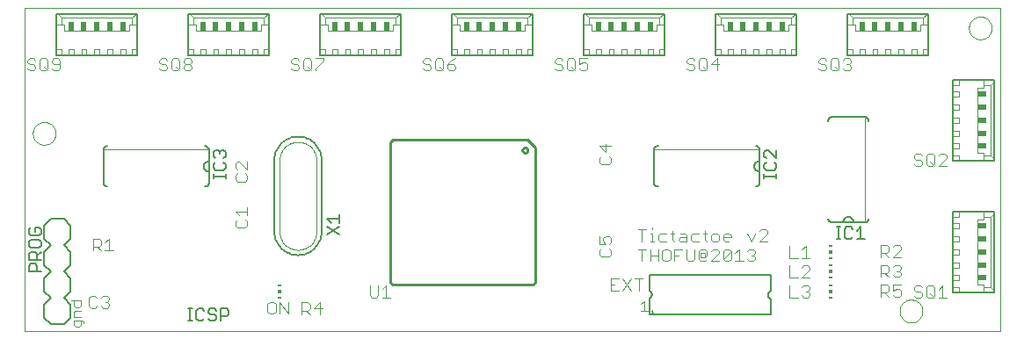
<source format=gto>
G75*
%MOIN*%
%OFA0B0*%
%FSLAX24Y24*%
%IPPOS*%
%LPD*%
%AMOC8*
5,1,8,0,0,1.08239X$1,22.5*
%
%ADD10C,0.0000*%
%ADD11C,0.0040*%
%ADD12C,0.0030*%
%ADD13C,0.0100*%
%ADD14C,0.0060*%
%ADD15C,0.0020*%
%ADD16C,0.0050*%
%ADD17C,0.0080*%
%ADD18R,0.0197X0.0344*%
%ADD19R,0.0344X0.0197*%
%ADD20R,0.0118X0.0059*%
%ADD21R,0.0118X0.0118*%
%ADD22C,0.0010*%
D10*
X000224Y000425D02*
X000224Y012675D01*
X037224Y012675D01*
X037224Y000425D01*
X000224Y000425D01*
X000541Y007925D02*
X000543Y007966D01*
X000549Y008007D01*
X000559Y008047D01*
X000572Y008086D01*
X000589Y008123D01*
X000610Y008159D01*
X000634Y008193D01*
X000661Y008224D01*
X000690Y008252D01*
X000723Y008278D01*
X000757Y008300D01*
X000794Y008319D01*
X000832Y008334D01*
X000872Y008346D01*
X000912Y008354D01*
X000953Y008358D01*
X000995Y008358D01*
X001036Y008354D01*
X001076Y008346D01*
X001116Y008334D01*
X001154Y008319D01*
X001190Y008300D01*
X001225Y008278D01*
X001258Y008252D01*
X001287Y008224D01*
X001314Y008193D01*
X001338Y008159D01*
X001359Y008123D01*
X001376Y008086D01*
X001389Y008047D01*
X001399Y008007D01*
X001405Y007966D01*
X001407Y007925D01*
X001405Y007884D01*
X001399Y007843D01*
X001389Y007803D01*
X001376Y007764D01*
X001359Y007727D01*
X001338Y007691D01*
X001314Y007657D01*
X001287Y007626D01*
X001258Y007598D01*
X001225Y007572D01*
X001191Y007550D01*
X001154Y007531D01*
X001116Y007516D01*
X001076Y007504D01*
X001036Y007496D01*
X000995Y007492D01*
X000953Y007492D01*
X000912Y007496D01*
X000872Y007504D01*
X000832Y007516D01*
X000794Y007531D01*
X000758Y007550D01*
X000723Y007572D01*
X000690Y007598D01*
X000661Y007626D01*
X000634Y007657D01*
X000610Y007691D01*
X000589Y007727D01*
X000572Y007764D01*
X000559Y007803D01*
X000549Y007843D01*
X000543Y007884D01*
X000541Y007925D01*
X033416Y001175D02*
X033418Y001216D01*
X033424Y001257D01*
X033434Y001297D01*
X033447Y001336D01*
X033464Y001373D01*
X033485Y001409D01*
X033509Y001443D01*
X033536Y001474D01*
X033565Y001502D01*
X033598Y001528D01*
X033632Y001550D01*
X033669Y001569D01*
X033707Y001584D01*
X033747Y001596D01*
X033787Y001604D01*
X033828Y001608D01*
X033870Y001608D01*
X033911Y001604D01*
X033951Y001596D01*
X033991Y001584D01*
X034029Y001569D01*
X034065Y001550D01*
X034100Y001528D01*
X034133Y001502D01*
X034162Y001474D01*
X034189Y001443D01*
X034213Y001409D01*
X034234Y001373D01*
X034251Y001336D01*
X034264Y001297D01*
X034274Y001257D01*
X034280Y001216D01*
X034282Y001175D01*
X034280Y001134D01*
X034274Y001093D01*
X034264Y001053D01*
X034251Y001014D01*
X034234Y000977D01*
X034213Y000941D01*
X034189Y000907D01*
X034162Y000876D01*
X034133Y000848D01*
X034100Y000822D01*
X034066Y000800D01*
X034029Y000781D01*
X033991Y000766D01*
X033951Y000754D01*
X033911Y000746D01*
X033870Y000742D01*
X033828Y000742D01*
X033787Y000746D01*
X033747Y000754D01*
X033707Y000766D01*
X033669Y000781D01*
X033633Y000800D01*
X033598Y000822D01*
X033565Y000848D01*
X033536Y000876D01*
X033509Y000907D01*
X033485Y000941D01*
X033464Y000977D01*
X033447Y001014D01*
X033434Y001053D01*
X033424Y001093D01*
X033418Y001134D01*
X033416Y001175D01*
X036041Y011925D02*
X036043Y011966D01*
X036049Y012007D01*
X036059Y012047D01*
X036072Y012086D01*
X036089Y012123D01*
X036110Y012159D01*
X036134Y012193D01*
X036161Y012224D01*
X036190Y012252D01*
X036223Y012278D01*
X036257Y012300D01*
X036294Y012319D01*
X036332Y012334D01*
X036372Y012346D01*
X036412Y012354D01*
X036453Y012358D01*
X036495Y012358D01*
X036536Y012354D01*
X036576Y012346D01*
X036616Y012334D01*
X036654Y012319D01*
X036690Y012300D01*
X036725Y012278D01*
X036758Y012252D01*
X036787Y012224D01*
X036814Y012193D01*
X036838Y012159D01*
X036859Y012123D01*
X036876Y012086D01*
X036889Y012047D01*
X036899Y012007D01*
X036905Y011966D01*
X036907Y011925D01*
X036905Y011884D01*
X036899Y011843D01*
X036889Y011803D01*
X036876Y011764D01*
X036859Y011727D01*
X036838Y011691D01*
X036814Y011657D01*
X036787Y011626D01*
X036758Y011598D01*
X036725Y011572D01*
X036691Y011550D01*
X036654Y011531D01*
X036616Y011516D01*
X036576Y011504D01*
X036536Y011496D01*
X036495Y011492D01*
X036453Y011492D01*
X036412Y011496D01*
X036372Y011504D01*
X036332Y011516D01*
X036294Y011531D01*
X036258Y011550D01*
X036223Y011572D01*
X036190Y011598D01*
X036161Y011626D01*
X036134Y011657D01*
X036110Y011691D01*
X036089Y011727D01*
X036072Y011764D01*
X036059Y011803D01*
X036049Y011843D01*
X036043Y011884D01*
X036041Y011925D01*
D11*
X031567Y010697D02*
X031567Y010620D01*
X031490Y010543D01*
X031567Y010467D01*
X031567Y010390D01*
X031490Y010313D01*
X031337Y010313D01*
X031260Y010390D01*
X031107Y010390D02*
X031030Y010313D01*
X030876Y010313D01*
X030800Y010390D01*
X030800Y010697D01*
X030876Y010774D01*
X031030Y010774D01*
X031107Y010697D01*
X031107Y010390D01*
X031107Y010313D02*
X030953Y010467D01*
X030646Y010467D02*
X030646Y010390D01*
X030569Y010313D01*
X030416Y010313D01*
X030339Y010390D01*
X030416Y010543D02*
X030569Y010543D01*
X030646Y010467D01*
X030416Y010543D02*
X030339Y010620D01*
X030339Y010697D01*
X030416Y010774D01*
X030569Y010774D01*
X030646Y010697D01*
X031260Y010697D02*
X031337Y010774D01*
X031490Y010774D01*
X031567Y010697D01*
X031490Y010543D02*
X031413Y010543D01*
X026567Y010543D02*
X026260Y010543D01*
X026490Y010774D01*
X026490Y010313D01*
X026107Y010313D02*
X025953Y010467D01*
X025800Y010390D02*
X025876Y010313D01*
X026030Y010313D01*
X026107Y010390D01*
X026107Y010697D01*
X026030Y010774D01*
X025876Y010774D01*
X025800Y010697D01*
X025800Y010390D01*
X025646Y010390D02*
X025569Y010313D01*
X025416Y010313D01*
X025339Y010390D01*
X025416Y010543D02*
X025569Y010543D01*
X025646Y010467D01*
X025646Y010390D01*
X025416Y010543D02*
X025339Y010620D01*
X025339Y010697D01*
X025416Y010774D01*
X025569Y010774D01*
X025646Y010697D01*
X021567Y010774D02*
X021260Y010774D01*
X021260Y010543D01*
X021413Y010620D01*
X021490Y010620D01*
X021567Y010543D01*
X021567Y010390D01*
X021490Y010313D01*
X021337Y010313D01*
X021260Y010390D01*
X021107Y010390D02*
X021030Y010313D01*
X020876Y010313D01*
X020800Y010390D01*
X020800Y010697D01*
X020876Y010774D01*
X021030Y010774D01*
X021107Y010697D01*
X021107Y010390D01*
X021107Y010313D02*
X020953Y010467D01*
X020646Y010467D02*
X020569Y010543D01*
X020416Y010543D01*
X020339Y010620D01*
X020339Y010697D01*
X020416Y010774D01*
X020569Y010774D01*
X020646Y010697D01*
X020646Y010467D02*
X020646Y010390D01*
X020569Y010313D01*
X020416Y010313D01*
X020339Y010390D01*
X016567Y010390D02*
X016490Y010313D01*
X016337Y010313D01*
X016260Y010390D01*
X016260Y010543D01*
X016490Y010543D01*
X016567Y010467D01*
X016567Y010390D01*
X016413Y010697D02*
X016260Y010543D01*
X016107Y010390D02*
X016030Y010313D01*
X015876Y010313D01*
X015800Y010390D01*
X015800Y010697D01*
X015876Y010774D01*
X016030Y010774D01*
X016107Y010697D01*
X016107Y010390D01*
X016107Y010313D02*
X015953Y010467D01*
X015646Y010467D02*
X015569Y010543D01*
X015416Y010543D01*
X015339Y010620D01*
X015339Y010697D01*
X015416Y010774D01*
X015569Y010774D01*
X015646Y010697D01*
X015646Y010467D02*
X015646Y010390D01*
X015569Y010313D01*
X015416Y010313D01*
X015339Y010390D01*
X016413Y010697D02*
X016567Y010774D01*
X011567Y010774D02*
X011567Y010697D01*
X011260Y010390D01*
X011260Y010313D01*
X011107Y010313D02*
X010953Y010467D01*
X010800Y010390D02*
X010876Y010313D01*
X011030Y010313D01*
X011107Y010390D01*
X011107Y010697D01*
X011030Y010774D01*
X010876Y010774D01*
X010800Y010697D01*
X010800Y010390D01*
X010646Y010390D02*
X010569Y010313D01*
X010416Y010313D01*
X010339Y010390D01*
X010416Y010543D02*
X010569Y010543D01*
X010646Y010467D01*
X010646Y010390D01*
X010416Y010543D02*
X010339Y010620D01*
X010339Y010697D01*
X010416Y010774D01*
X010569Y010774D01*
X010646Y010697D01*
X011260Y010774D02*
X011567Y010774D01*
X006567Y010697D02*
X006567Y010620D01*
X006490Y010543D01*
X006337Y010543D01*
X006260Y010620D01*
X006260Y010697D01*
X006337Y010774D01*
X006490Y010774D01*
X006567Y010697D01*
X006490Y010543D02*
X006567Y010467D01*
X006567Y010390D01*
X006490Y010313D01*
X006337Y010313D01*
X006260Y010390D01*
X006260Y010467D01*
X006337Y010543D01*
X006107Y010390D02*
X006030Y010313D01*
X005876Y010313D01*
X005800Y010390D01*
X005800Y010697D01*
X005876Y010774D01*
X006030Y010774D01*
X006107Y010697D01*
X006107Y010390D01*
X006107Y010313D02*
X005953Y010467D01*
X005646Y010467D02*
X005646Y010390D01*
X005569Y010313D01*
X005416Y010313D01*
X005339Y010390D01*
X005416Y010543D02*
X005569Y010543D01*
X005646Y010467D01*
X005416Y010543D02*
X005339Y010620D01*
X005339Y010697D01*
X005416Y010774D01*
X005569Y010774D01*
X005646Y010697D01*
X001567Y010697D02*
X001567Y010390D01*
X001490Y010313D01*
X001337Y010313D01*
X001260Y010390D01*
X001107Y010390D02*
X001030Y010313D01*
X000876Y010313D01*
X000800Y010390D01*
X000800Y010697D01*
X000876Y010774D01*
X001030Y010774D01*
X001107Y010697D01*
X001107Y010390D01*
X001107Y010313D02*
X000953Y010467D01*
X000646Y010467D02*
X000569Y010543D01*
X000416Y010543D01*
X000339Y010620D01*
X000339Y010697D01*
X000416Y010774D01*
X000569Y010774D01*
X000646Y010697D01*
X000646Y010467D02*
X000646Y010390D01*
X000569Y010313D01*
X000416Y010313D01*
X000339Y010390D01*
X001260Y010620D02*
X001337Y010543D01*
X001567Y010543D01*
X001567Y010697D02*
X001490Y010774D01*
X001337Y010774D01*
X001260Y010697D01*
X001260Y010620D01*
X008219Y006786D02*
X008219Y006632D01*
X008295Y006555D01*
X008295Y006402D02*
X008219Y006325D01*
X008219Y006172D01*
X008295Y006095D01*
X008602Y006095D01*
X008679Y006172D01*
X008679Y006325D01*
X008602Y006402D01*
X008679Y006555D02*
X008372Y006862D01*
X008295Y006862D01*
X008219Y006786D01*
X008679Y006862D02*
X008679Y006555D01*
X008679Y005112D02*
X008679Y004805D01*
X008679Y004959D02*
X008219Y004959D01*
X008372Y004805D01*
X008295Y004652D02*
X008219Y004575D01*
X008219Y004422D01*
X008295Y004345D01*
X008602Y004345D01*
X008679Y004422D01*
X008679Y004575D01*
X008602Y004652D01*
X003586Y003470D02*
X003279Y003470D01*
X003126Y003470D02*
X002973Y003623D01*
X003049Y003623D02*
X002819Y003623D01*
X002819Y003470D02*
X002819Y003930D01*
X003049Y003930D01*
X003126Y003854D01*
X003126Y003700D01*
X003049Y003623D01*
X003279Y003777D02*
X003433Y003930D01*
X003433Y003470D01*
X003364Y001755D02*
X003210Y001755D01*
X003134Y001679D01*
X002980Y001679D02*
X002903Y001755D01*
X002750Y001755D01*
X002673Y001679D01*
X002673Y001372D01*
X002750Y001295D01*
X002903Y001295D01*
X002980Y001372D01*
X003134Y001372D02*
X003210Y001295D01*
X003364Y001295D01*
X003441Y001372D01*
X003441Y001448D01*
X003364Y001525D01*
X003287Y001525D01*
X003364Y001525D02*
X003441Y001602D01*
X003441Y001679D01*
X003364Y001755D01*
X009448Y001454D02*
X009448Y001147D01*
X009525Y001070D01*
X009678Y001070D01*
X009755Y001147D01*
X009755Y001454D01*
X009678Y001530D01*
X009525Y001530D01*
X009448Y001454D01*
X009909Y001530D02*
X010216Y001070D01*
X010216Y001530D01*
X009909Y001530D02*
X009909Y001070D01*
X010748Y001045D02*
X010748Y001505D01*
X010978Y001505D01*
X011055Y001429D01*
X011055Y001275D01*
X010978Y001198D01*
X010748Y001198D01*
X010902Y001198D02*
X011055Y001045D01*
X011209Y001275D02*
X011516Y001275D01*
X011439Y001045D02*
X011439Y001505D01*
X011209Y001275D01*
X013323Y001772D02*
X013400Y001695D01*
X013553Y001695D01*
X013630Y001772D01*
X013630Y002155D01*
X013784Y002002D02*
X013937Y002155D01*
X013937Y001695D01*
X013784Y001695D02*
X014091Y001695D01*
X013323Y001772D02*
X013323Y002155D01*
X022019Y003326D02*
X022095Y003249D01*
X022402Y003249D01*
X022479Y003326D01*
X022479Y003479D01*
X022402Y003556D01*
X022095Y003556D02*
X022019Y003479D01*
X022019Y003326D01*
X022019Y003710D02*
X022249Y003710D01*
X022172Y003863D01*
X022172Y003940D01*
X022249Y004017D01*
X022402Y004017D01*
X022479Y003940D01*
X022479Y003786D01*
X022402Y003710D01*
X022019Y003710D02*
X022019Y004017D01*
X023494Y004280D02*
X023801Y004280D01*
X023648Y004280D02*
X023648Y003820D01*
X023954Y003820D02*
X024108Y003820D01*
X024031Y003820D02*
X024031Y004127D01*
X023954Y004127D01*
X024031Y004280D02*
X024031Y004357D01*
X024338Y004127D02*
X024261Y004050D01*
X024261Y003897D01*
X024338Y003820D01*
X024568Y003820D01*
X024798Y003897D02*
X024875Y003820D01*
X024798Y003897D02*
X024798Y004204D01*
X024722Y004127D02*
X024875Y004127D01*
X025105Y004127D02*
X025259Y004127D01*
X025336Y004050D01*
X025336Y003820D01*
X025105Y003820D01*
X025029Y003897D01*
X025105Y003973D01*
X025336Y003973D01*
X025489Y003897D02*
X025566Y003820D01*
X025796Y003820D01*
X026026Y003897D02*
X026103Y003820D01*
X026026Y003897D02*
X026026Y004204D01*
X025949Y004127D02*
X026103Y004127D01*
X026256Y004050D02*
X026256Y003897D01*
X026333Y003820D01*
X026487Y003820D01*
X026563Y003897D01*
X026563Y004050D01*
X026487Y004127D01*
X026333Y004127D01*
X026256Y004050D01*
X026717Y004050D02*
X026717Y003897D01*
X026794Y003820D01*
X026947Y003820D01*
X027024Y003973D02*
X026717Y003973D01*
X026717Y004050D02*
X026794Y004127D01*
X026947Y004127D01*
X027024Y004050D01*
X027024Y003973D01*
X027638Y004127D02*
X027791Y003820D01*
X027945Y004127D01*
X028098Y004204D02*
X028175Y004280D01*
X028328Y004280D01*
X028405Y004204D01*
X028405Y004127D01*
X028098Y003820D01*
X028405Y003820D01*
X027945Y003454D02*
X027945Y003377D01*
X027868Y003300D01*
X027945Y003223D01*
X027945Y003147D01*
X027868Y003070D01*
X027714Y003070D01*
X027638Y003147D01*
X027484Y003070D02*
X027177Y003070D01*
X027331Y003070D02*
X027331Y003530D01*
X027177Y003377D01*
X027024Y003454D02*
X026717Y003147D01*
X026794Y003070D01*
X026947Y003070D01*
X027024Y003147D01*
X027024Y003454D01*
X026947Y003530D01*
X026794Y003530D01*
X026717Y003454D01*
X026717Y003147D01*
X026563Y003070D02*
X026256Y003070D01*
X026563Y003377D01*
X026563Y003454D01*
X026487Y003530D01*
X026333Y003530D01*
X026256Y003454D01*
X026103Y003454D02*
X026103Y003300D01*
X026026Y003223D01*
X026026Y003377D01*
X025873Y003377D01*
X025873Y003223D01*
X026026Y003223D01*
X026103Y003147D02*
X026026Y003070D01*
X025873Y003070D01*
X025796Y003147D01*
X025796Y003454D01*
X025873Y003530D01*
X026026Y003530D01*
X026103Y003454D01*
X025643Y003530D02*
X025643Y003147D01*
X025566Y003070D01*
X025412Y003070D01*
X025336Y003147D01*
X025336Y003530D01*
X025182Y003530D02*
X024875Y003530D01*
X024875Y003070D01*
X024722Y003147D02*
X024722Y003454D01*
X024645Y003530D01*
X024492Y003530D01*
X024415Y003454D01*
X024415Y003147D01*
X024492Y003070D01*
X024645Y003070D01*
X024722Y003147D01*
X024875Y003300D02*
X025029Y003300D01*
X024261Y003300D02*
X023954Y003300D01*
X023954Y003070D02*
X023954Y003530D01*
X023801Y003530D02*
X023494Y003530D01*
X023648Y003530D02*
X023648Y003070D01*
X024261Y003070D02*
X024261Y003530D01*
X025489Y003897D02*
X025489Y004050D01*
X025566Y004127D01*
X025796Y004127D01*
X024568Y004127D02*
X024338Y004127D01*
X027638Y003454D02*
X027714Y003530D01*
X027868Y003530D01*
X027945Y003454D01*
X027868Y003300D02*
X027791Y003300D01*
X029244Y003195D02*
X029551Y003195D01*
X029704Y003195D02*
X030011Y003195D01*
X029858Y003195D02*
X029858Y003655D01*
X029704Y003502D01*
X029244Y003655D02*
X029244Y003195D01*
X029244Y002905D02*
X029244Y002445D01*
X029551Y002445D01*
X029704Y002445D02*
X030011Y002752D01*
X030011Y002829D01*
X029935Y002905D01*
X029781Y002905D01*
X029704Y002829D01*
X029704Y002445D02*
X030011Y002445D01*
X029935Y002155D02*
X029781Y002155D01*
X029704Y002079D01*
X029858Y001925D02*
X029935Y001925D01*
X030011Y001848D01*
X030011Y001772D01*
X029935Y001695D01*
X029781Y001695D01*
X029704Y001772D01*
X029551Y001695D02*
X029244Y001695D01*
X029244Y002155D01*
X029935Y002155D02*
X030011Y002079D01*
X030011Y002002D01*
X029935Y001925D01*
X032694Y001873D02*
X032924Y001873D01*
X033001Y001950D01*
X033001Y002104D01*
X032924Y002180D01*
X032694Y002180D01*
X032694Y001720D01*
X032848Y001873D02*
X033001Y001720D01*
X033154Y001797D02*
X033231Y001720D01*
X033385Y001720D01*
X033461Y001797D01*
X033461Y001950D01*
X033385Y002027D01*
X033308Y002027D01*
X033154Y001950D01*
X033154Y002180D01*
X033461Y002180D01*
X033964Y002072D02*
X033964Y001995D01*
X034041Y001918D01*
X034194Y001918D01*
X034271Y001842D01*
X034271Y001765D01*
X034194Y001688D01*
X034041Y001688D01*
X033964Y001765D01*
X034425Y001765D02*
X034501Y001688D01*
X034655Y001688D01*
X034732Y001765D01*
X034732Y002072D01*
X034655Y002149D01*
X034501Y002149D01*
X034425Y002072D01*
X034425Y001765D01*
X034578Y001842D02*
X034732Y001688D01*
X034885Y001688D02*
X035192Y001688D01*
X035038Y001688D02*
X035038Y002149D01*
X034885Y001995D01*
X034271Y002072D02*
X034194Y002149D01*
X034041Y002149D01*
X033964Y002072D01*
X033461Y002547D02*
X033385Y002470D01*
X033231Y002470D01*
X033154Y002547D01*
X033001Y002470D02*
X032848Y002623D01*
X032924Y002623D02*
X032694Y002623D01*
X032694Y002470D02*
X032694Y002930D01*
X032924Y002930D01*
X033001Y002854D01*
X033001Y002700D01*
X032924Y002623D01*
X033308Y002700D02*
X033385Y002700D01*
X033461Y002623D01*
X033461Y002547D01*
X033385Y002700D02*
X033461Y002777D01*
X033461Y002854D01*
X033385Y002930D01*
X033231Y002930D01*
X033154Y002854D01*
X033154Y003220D02*
X033461Y003527D01*
X033461Y003604D01*
X033385Y003680D01*
X033231Y003680D01*
X033154Y003604D01*
X033001Y003604D02*
X033001Y003450D01*
X032924Y003373D01*
X032694Y003373D01*
X032694Y003220D02*
X032694Y003680D01*
X032924Y003680D01*
X033001Y003604D01*
X032848Y003373D02*
X033001Y003220D01*
X033154Y003220D02*
X033461Y003220D01*
X023678Y002405D02*
X023371Y002405D01*
X023218Y002405D02*
X022911Y001945D01*
X022757Y001945D02*
X022450Y001945D01*
X022450Y002405D01*
X022757Y002405D01*
X022911Y002405D02*
X023218Y001945D01*
X023525Y001945D02*
X023525Y002405D01*
X022604Y002175D02*
X022450Y002175D01*
X022402Y006749D02*
X022095Y006749D01*
X022019Y006826D01*
X022019Y006979D01*
X022095Y007056D01*
X022249Y007210D02*
X022249Y007517D01*
X022479Y007440D02*
X022019Y007440D01*
X022249Y007210D01*
X022402Y007056D02*
X022479Y006979D01*
X022479Y006826D01*
X022402Y006749D01*
X033964Y006765D02*
X034041Y006688D01*
X034194Y006688D01*
X034271Y006765D01*
X034271Y006842D01*
X034194Y006918D01*
X034041Y006918D01*
X033964Y006995D01*
X033964Y007072D01*
X034041Y007149D01*
X034194Y007149D01*
X034271Y007072D01*
X034425Y007072D02*
X034501Y007149D01*
X034655Y007149D01*
X034732Y007072D01*
X034732Y006765D01*
X034655Y006688D01*
X034501Y006688D01*
X034425Y006765D01*
X034425Y007072D01*
X034885Y007072D02*
X034962Y007149D01*
X035115Y007149D01*
X035192Y007072D01*
X035192Y006995D01*
X034885Y006688D01*
X035192Y006688D01*
X034732Y006688D02*
X034578Y006842D01*
D12*
X023737Y001560D02*
X023737Y001190D01*
X023614Y001190D02*
X023861Y001190D01*
X023614Y001437D02*
X023737Y001560D01*
X002482Y000770D02*
X002482Y000708D01*
X002482Y000770D02*
X002421Y000832D01*
X002112Y000832D01*
X002112Y000647D01*
X002174Y000585D01*
X002297Y000585D01*
X002359Y000647D01*
X002359Y000832D01*
X002359Y000953D02*
X002112Y000953D01*
X002112Y001139D01*
X002174Y001200D01*
X002359Y001200D01*
X002297Y001322D02*
X002174Y001322D01*
X002112Y001383D01*
X002112Y001569D01*
X001989Y001569D02*
X002359Y001569D01*
X002359Y001383D01*
X002297Y001322D01*
D13*
X014093Y002268D02*
X014093Y007582D01*
X014192Y007681D01*
X019310Y007681D01*
X019605Y007386D01*
X019605Y002268D01*
X019507Y002169D01*
X014192Y002169D01*
X014093Y002268D01*
X019113Y007287D02*
X019115Y007306D01*
X019120Y007325D01*
X019130Y007341D01*
X019142Y007356D01*
X019157Y007368D01*
X019173Y007378D01*
X019192Y007383D01*
X019211Y007385D01*
X019230Y007383D01*
X019249Y007378D01*
X019265Y007368D01*
X019280Y007356D01*
X019292Y007341D01*
X019302Y007325D01*
X019307Y007306D01*
X019309Y007287D01*
X019307Y007268D01*
X019302Y007249D01*
X019292Y007233D01*
X019280Y007218D01*
X019265Y007206D01*
X019249Y007196D01*
X019230Y007191D01*
X019211Y007189D01*
X019192Y007191D01*
X019173Y007196D01*
X019157Y007206D01*
X019142Y007218D01*
X019130Y007233D01*
X019120Y007249D01*
X019115Y007268D01*
X019113Y007287D01*
D14*
X024099Y007295D02*
X024099Y006055D01*
X024101Y006032D01*
X024106Y006009D01*
X024115Y005987D01*
X024128Y005967D01*
X024143Y005949D01*
X024161Y005934D01*
X024181Y005921D01*
X024203Y005912D01*
X024226Y005907D01*
X024249Y005905D01*
X027949Y005905D02*
X027972Y005907D01*
X027995Y005912D01*
X028017Y005921D01*
X028037Y005934D01*
X028055Y005949D01*
X028070Y005967D01*
X028083Y005987D01*
X028092Y006009D01*
X028097Y006032D01*
X028099Y006055D01*
X028099Y006475D01*
X028099Y006875D01*
X028099Y007295D01*
X028097Y007318D01*
X028092Y007341D01*
X028083Y007363D01*
X028070Y007383D01*
X028055Y007401D01*
X028037Y007416D01*
X028017Y007429D01*
X027995Y007438D01*
X027972Y007443D01*
X027949Y007445D01*
X028099Y006875D02*
X028072Y006873D01*
X028045Y006868D01*
X028019Y006858D01*
X027995Y006846D01*
X027973Y006830D01*
X027953Y006812D01*
X027936Y006790D01*
X027921Y006767D01*
X027911Y006742D01*
X027903Y006716D01*
X027899Y006689D01*
X027899Y006661D01*
X027903Y006634D01*
X027911Y006608D01*
X027921Y006583D01*
X027936Y006560D01*
X027953Y006538D01*
X027973Y006520D01*
X027995Y006504D01*
X028019Y006492D01*
X028045Y006482D01*
X028072Y006477D01*
X028099Y006475D01*
X024249Y007445D02*
X024226Y007443D01*
X024203Y007438D01*
X024181Y007429D01*
X024161Y007416D01*
X024143Y007401D01*
X024128Y007383D01*
X024115Y007363D01*
X024106Y007341D01*
X024101Y007318D01*
X024099Y007295D01*
X030704Y008400D02*
X030706Y008423D01*
X030711Y008446D01*
X030720Y008468D01*
X030733Y008488D01*
X030748Y008506D01*
X030766Y008521D01*
X030786Y008534D01*
X030808Y008543D01*
X030831Y008548D01*
X030854Y008550D01*
X032094Y008550D01*
X032117Y008548D01*
X032140Y008543D01*
X032162Y008534D01*
X032182Y008521D01*
X032200Y008506D01*
X032215Y008488D01*
X032228Y008468D01*
X032237Y008446D01*
X032242Y008423D01*
X032244Y008400D01*
X032244Y004700D02*
X032242Y004677D01*
X032237Y004654D01*
X032228Y004632D01*
X032215Y004612D01*
X032200Y004594D01*
X032182Y004579D01*
X032162Y004566D01*
X032140Y004557D01*
X032117Y004552D01*
X032094Y004550D01*
X031674Y004550D01*
X031274Y004550D01*
X030854Y004550D01*
X030831Y004552D01*
X030808Y004557D01*
X030786Y004566D01*
X030766Y004579D01*
X030748Y004594D01*
X030733Y004612D01*
X030720Y004632D01*
X030711Y004654D01*
X030706Y004677D01*
X030704Y004700D01*
X031274Y004550D02*
X031276Y004577D01*
X031281Y004604D01*
X031291Y004630D01*
X031303Y004654D01*
X031319Y004676D01*
X031337Y004696D01*
X031359Y004713D01*
X031382Y004728D01*
X031407Y004738D01*
X031433Y004746D01*
X031460Y004750D01*
X031488Y004750D01*
X031515Y004746D01*
X031541Y004738D01*
X031566Y004728D01*
X031589Y004713D01*
X031611Y004696D01*
X031629Y004676D01*
X031645Y004654D01*
X031657Y004630D01*
X031667Y004604D01*
X031672Y004577D01*
X031674Y004550D01*
X011499Y004200D02*
X011499Y006900D01*
X011497Y006959D01*
X011491Y007017D01*
X011482Y007076D01*
X011468Y007133D01*
X011451Y007189D01*
X011430Y007244D01*
X011406Y007298D01*
X011378Y007350D01*
X011347Y007400D01*
X011313Y007448D01*
X011276Y007493D01*
X011235Y007536D01*
X011192Y007577D01*
X011147Y007614D01*
X011099Y007648D01*
X011049Y007679D01*
X010997Y007707D01*
X010943Y007731D01*
X010888Y007752D01*
X010832Y007769D01*
X010775Y007783D01*
X010716Y007792D01*
X010658Y007798D01*
X010599Y007800D01*
X010540Y007798D01*
X010482Y007792D01*
X010423Y007783D01*
X010366Y007769D01*
X010310Y007752D01*
X010255Y007731D01*
X010201Y007707D01*
X010149Y007679D01*
X010099Y007648D01*
X010051Y007614D01*
X010006Y007577D01*
X009963Y007536D01*
X009922Y007493D01*
X009885Y007448D01*
X009851Y007400D01*
X009820Y007350D01*
X009792Y007298D01*
X009768Y007244D01*
X009747Y007189D01*
X009730Y007133D01*
X009716Y007076D01*
X009707Y007017D01*
X009701Y006959D01*
X009699Y006900D01*
X009699Y004200D01*
X009701Y004141D01*
X009707Y004083D01*
X009716Y004024D01*
X009730Y003967D01*
X009747Y003911D01*
X009768Y003856D01*
X009792Y003802D01*
X009820Y003750D01*
X009851Y003700D01*
X009885Y003652D01*
X009922Y003607D01*
X009963Y003564D01*
X010006Y003523D01*
X010051Y003486D01*
X010099Y003452D01*
X010149Y003421D01*
X010201Y003393D01*
X010255Y003369D01*
X010310Y003348D01*
X010366Y003331D01*
X010423Y003317D01*
X010482Y003308D01*
X010540Y003302D01*
X010599Y003300D01*
X010658Y003302D01*
X010716Y003308D01*
X010775Y003317D01*
X010832Y003331D01*
X010888Y003348D01*
X010943Y003369D01*
X010997Y003393D01*
X011049Y003421D01*
X011099Y003452D01*
X011147Y003486D01*
X011192Y003523D01*
X011235Y003564D01*
X011276Y003607D01*
X011313Y003652D01*
X011347Y003700D01*
X011378Y003750D01*
X011406Y003802D01*
X011430Y003856D01*
X011451Y003911D01*
X011468Y003967D01*
X011482Y004024D01*
X011491Y004083D01*
X011497Y004141D01*
X011499Y004200D01*
X007224Y006055D02*
X007224Y006475D01*
X007224Y006875D01*
X007224Y007295D01*
X007222Y007318D01*
X007217Y007341D01*
X007208Y007363D01*
X007195Y007383D01*
X007180Y007401D01*
X007162Y007416D01*
X007142Y007429D01*
X007120Y007438D01*
X007097Y007443D01*
X007074Y007445D01*
X007224Y006875D02*
X007197Y006873D01*
X007170Y006868D01*
X007144Y006858D01*
X007120Y006846D01*
X007098Y006830D01*
X007078Y006812D01*
X007061Y006790D01*
X007046Y006767D01*
X007036Y006742D01*
X007028Y006716D01*
X007024Y006689D01*
X007024Y006661D01*
X007028Y006634D01*
X007036Y006608D01*
X007046Y006583D01*
X007061Y006560D01*
X007078Y006538D01*
X007098Y006520D01*
X007120Y006504D01*
X007144Y006492D01*
X007170Y006482D01*
X007197Y006477D01*
X007224Y006475D01*
X007224Y006055D02*
X007222Y006032D01*
X007217Y006009D01*
X007208Y005987D01*
X007195Y005967D01*
X007180Y005949D01*
X007162Y005934D01*
X007142Y005921D01*
X007120Y005912D01*
X007097Y005907D01*
X007074Y005905D01*
X003374Y005905D02*
X003351Y005907D01*
X003328Y005912D01*
X003306Y005921D01*
X003286Y005934D01*
X003268Y005949D01*
X003253Y005967D01*
X003240Y005987D01*
X003231Y006009D01*
X003226Y006032D01*
X003224Y006055D01*
X003224Y007295D01*
X003226Y007318D01*
X003231Y007341D01*
X003240Y007363D01*
X003253Y007383D01*
X003268Y007401D01*
X003286Y007416D01*
X003306Y007429D01*
X003328Y007438D01*
X003351Y007443D01*
X003374Y007445D01*
D15*
X003224Y007305D02*
X007224Y007305D01*
X009899Y006900D02*
X009899Y004200D01*
X009901Y004149D01*
X009906Y004098D01*
X009916Y004048D01*
X009929Y003998D01*
X009945Y003950D01*
X009965Y003903D01*
X009989Y003857D01*
X010015Y003814D01*
X010045Y003772D01*
X010078Y003733D01*
X010113Y003696D01*
X010151Y003662D01*
X010192Y003631D01*
X010234Y003602D01*
X010279Y003577D01*
X010325Y003556D01*
X010373Y003537D01*
X010422Y003523D01*
X010472Y003512D01*
X010522Y003504D01*
X010573Y003500D01*
X010625Y003500D01*
X010676Y003504D01*
X010726Y003512D01*
X010776Y003523D01*
X010825Y003537D01*
X010873Y003556D01*
X010919Y003577D01*
X010964Y003602D01*
X011006Y003631D01*
X011047Y003662D01*
X011085Y003696D01*
X011120Y003733D01*
X011153Y003772D01*
X011183Y003814D01*
X011209Y003857D01*
X011233Y003903D01*
X011253Y003950D01*
X011269Y003998D01*
X011282Y004048D01*
X011292Y004098D01*
X011297Y004149D01*
X011299Y004200D01*
X011299Y006900D01*
X011297Y006951D01*
X011292Y007002D01*
X011282Y007052D01*
X011269Y007102D01*
X011253Y007150D01*
X011233Y007197D01*
X011209Y007243D01*
X011183Y007286D01*
X011153Y007328D01*
X011120Y007367D01*
X011085Y007404D01*
X011047Y007438D01*
X011006Y007469D01*
X010964Y007498D01*
X010919Y007523D01*
X010873Y007544D01*
X010825Y007563D01*
X010776Y007577D01*
X010726Y007588D01*
X010676Y007596D01*
X010625Y007600D01*
X010573Y007600D01*
X010522Y007596D01*
X010472Y007588D01*
X010422Y007577D01*
X010373Y007563D01*
X010325Y007544D01*
X010279Y007523D01*
X010234Y007498D01*
X010192Y007469D01*
X010151Y007438D01*
X010113Y007404D01*
X010078Y007367D01*
X010045Y007328D01*
X010015Y007286D01*
X009989Y007243D01*
X009965Y007197D01*
X009945Y007150D01*
X009929Y007102D01*
X009916Y007052D01*
X009906Y007002D01*
X009901Y006951D01*
X009899Y006900D01*
X009303Y010884D02*
X009303Y011130D01*
X009500Y011130D01*
X009057Y011130D02*
X009057Y010933D01*
X008860Y010933D02*
X008860Y011130D01*
X009057Y011130D01*
X008565Y011130D02*
X008565Y010933D01*
X008368Y010933D02*
X008368Y011130D01*
X008565Y011130D01*
X008072Y011130D02*
X008072Y010933D01*
X007876Y010933D02*
X007876Y011130D01*
X008072Y011130D01*
X007580Y011130D02*
X007580Y010933D01*
X007383Y010933D02*
X007383Y011130D01*
X007580Y011130D01*
X007088Y011130D02*
X007088Y010933D01*
X006891Y010933D02*
X006891Y011130D01*
X007088Y011130D01*
X006645Y011130D02*
X006645Y010884D01*
X006645Y011130D02*
X006448Y011130D01*
X006744Y011819D02*
X009204Y011819D01*
X009204Y012065D01*
X009303Y012065D01*
X009303Y012311D01*
X009450Y012458D01*
X009303Y012311D02*
X006645Y012311D01*
X006498Y012458D01*
X006645Y012311D02*
X006645Y012065D01*
X006744Y012065D01*
X006744Y011819D01*
X006645Y012065D02*
X006448Y012065D01*
X004500Y012065D02*
X004303Y012065D01*
X004303Y012311D01*
X004450Y012458D01*
X004303Y012311D02*
X001645Y012311D01*
X001498Y012458D01*
X001645Y012311D02*
X001645Y012065D01*
X001744Y012065D01*
X001744Y011819D01*
X004204Y011819D01*
X004204Y012065D01*
X004303Y012065D01*
X004303Y011130D02*
X004303Y010884D01*
X004057Y010933D02*
X004057Y011130D01*
X003860Y011130D01*
X003860Y010933D01*
X003565Y010933D02*
X003565Y011130D01*
X003368Y011130D01*
X003368Y010933D01*
X003072Y010933D02*
X003072Y011130D01*
X002876Y011130D01*
X002876Y010933D01*
X002580Y010933D02*
X002580Y011130D01*
X002383Y011130D01*
X002383Y010933D01*
X002088Y010933D02*
X002088Y011130D01*
X001891Y011130D01*
X001891Y010933D01*
X001645Y010884D02*
X001645Y011130D01*
X001448Y011130D01*
X001448Y012065D02*
X001645Y012065D01*
X004303Y011130D02*
X004500Y011130D01*
X009303Y012065D02*
X009500Y012065D01*
X011448Y012065D02*
X011645Y012065D01*
X011645Y012311D01*
X011498Y012458D01*
X011645Y012311D02*
X014303Y012311D01*
X014450Y012458D01*
X014303Y012311D02*
X014303Y012065D01*
X014500Y012065D01*
X014303Y012065D02*
X014204Y012065D01*
X014204Y011819D01*
X011744Y011819D01*
X011744Y012065D01*
X011645Y012065D01*
X011645Y011130D02*
X011448Y011130D01*
X011645Y011130D02*
X011645Y010884D01*
X011891Y010933D02*
X011891Y011130D01*
X012088Y011130D01*
X012088Y010933D01*
X012383Y010933D02*
X012383Y011130D01*
X012580Y011130D01*
X012580Y010933D01*
X012876Y010933D02*
X012876Y011130D01*
X013072Y011130D01*
X013072Y010933D01*
X013368Y010933D02*
X013368Y011130D01*
X013565Y011130D01*
X013565Y010933D01*
X013860Y010933D02*
X013860Y011130D01*
X014057Y011130D01*
X014057Y010933D01*
X014303Y010884D02*
X014303Y011130D01*
X014500Y011130D01*
X016448Y011130D02*
X016645Y011130D01*
X016645Y010884D01*
X016891Y010933D02*
X016891Y011130D01*
X017088Y011130D01*
X017088Y010933D01*
X017383Y010933D02*
X017383Y011130D01*
X017580Y011130D01*
X017580Y010933D01*
X017876Y010933D02*
X017876Y011130D01*
X018072Y011130D01*
X018072Y010933D01*
X018368Y010933D02*
X018368Y011130D01*
X018565Y011130D01*
X018565Y010933D01*
X018860Y010933D02*
X018860Y011130D01*
X019057Y011130D01*
X019057Y010933D01*
X019303Y010884D02*
X019303Y011130D01*
X019500Y011130D01*
X019204Y011819D02*
X019204Y012065D01*
X019303Y012065D01*
X019303Y012311D01*
X019450Y012458D01*
X019303Y012311D02*
X016645Y012311D01*
X016498Y012458D01*
X016645Y012311D02*
X016645Y012065D01*
X016744Y012065D01*
X016744Y011819D01*
X019204Y011819D01*
X019303Y012065D02*
X019500Y012065D01*
X021448Y012065D02*
X021645Y012065D01*
X021645Y012311D01*
X021498Y012458D01*
X021645Y012311D02*
X024303Y012311D01*
X024450Y012458D01*
X024303Y012311D02*
X024303Y012065D01*
X024500Y012065D01*
X024303Y012065D02*
X024204Y012065D01*
X024204Y011819D01*
X021744Y011819D01*
X021744Y012065D01*
X021645Y012065D01*
X021645Y011130D02*
X021645Y010884D01*
X021891Y010933D02*
X021891Y011130D01*
X022088Y011130D01*
X022088Y010933D01*
X022383Y010933D02*
X022383Y011130D01*
X022580Y011130D01*
X022580Y010933D01*
X022876Y010933D02*
X022876Y011130D01*
X023072Y011130D01*
X023072Y010933D01*
X023368Y010933D02*
X023368Y011130D01*
X023565Y011130D01*
X023565Y010933D01*
X023860Y010933D02*
X023860Y011130D01*
X024057Y011130D01*
X024057Y010933D01*
X024303Y010884D02*
X024303Y011130D01*
X024500Y011130D01*
X026448Y011130D02*
X026645Y011130D01*
X026645Y010884D01*
X026891Y010933D02*
X026891Y011130D01*
X027088Y011130D01*
X027088Y010933D01*
X027383Y010933D02*
X027383Y011130D01*
X027580Y011130D01*
X027580Y010933D01*
X027876Y010933D02*
X027876Y011130D01*
X028072Y011130D01*
X028072Y010933D01*
X028368Y010933D02*
X028368Y011130D01*
X028565Y011130D01*
X028565Y010933D01*
X028860Y010933D02*
X028860Y011130D01*
X029057Y011130D01*
X029057Y010933D01*
X029303Y010884D02*
X029303Y011130D01*
X029500Y011130D01*
X029204Y011819D02*
X029204Y012065D01*
X029303Y012065D01*
X029303Y012311D01*
X029450Y012458D01*
X029303Y012311D02*
X026645Y012311D01*
X026498Y012458D01*
X026645Y012311D02*
X026645Y012065D01*
X026744Y012065D01*
X026744Y011819D01*
X029204Y011819D01*
X029303Y012065D02*
X029500Y012065D01*
X031448Y012065D02*
X031645Y012065D01*
X031645Y012311D01*
X031498Y012458D01*
X031645Y012311D02*
X034303Y012311D01*
X034450Y012458D01*
X034303Y012311D02*
X034303Y012065D01*
X034500Y012065D01*
X034303Y012065D02*
X034204Y012065D01*
X034204Y011819D01*
X031744Y011819D01*
X031744Y012065D01*
X031645Y012065D01*
X031645Y011130D02*
X031645Y010884D01*
X031891Y010933D02*
X031891Y011130D01*
X032088Y011130D01*
X032088Y010933D01*
X032383Y010933D02*
X032383Y011130D01*
X032580Y011130D01*
X032580Y010933D01*
X032876Y010933D02*
X032876Y011130D01*
X033072Y011130D01*
X033072Y010933D01*
X033368Y010933D02*
X033368Y011130D01*
X033565Y011130D01*
X033565Y010933D01*
X033860Y010933D02*
X033860Y011130D01*
X034057Y011130D01*
X034057Y010933D01*
X034303Y010884D02*
X034303Y011130D01*
X034500Y011130D01*
X031645Y011130D02*
X031448Y011130D01*
X035433Y009754D02*
X035679Y009754D01*
X035679Y009951D01*
X036368Y009655D02*
X036368Y007195D01*
X036614Y007195D01*
X036614Y007096D01*
X036860Y007096D01*
X037008Y006949D01*
X036860Y007096D02*
X036860Y009754D01*
X037008Y009901D01*
X036860Y009754D02*
X036614Y009754D01*
X036614Y009655D01*
X036368Y009655D01*
X036614Y009754D02*
X036614Y009951D01*
X035679Y009508D02*
X035679Y009311D01*
X035482Y009311D01*
X035482Y009508D02*
X035679Y009508D01*
X035679Y009016D02*
X035679Y008819D01*
X035482Y008819D01*
X035482Y009016D02*
X035679Y009016D01*
X035679Y008523D02*
X035679Y008327D01*
X035482Y008327D01*
X035482Y008523D02*
X035679Y008523D01*
X035679Y008031D02*
X035679Y007834D01*
X035482Y007834D01*
X035482Y008031D02*
X035679Y008031D01*
X035679Y007539D02*
X035679Y007342D01*
X035482Y007342D01*
X035482Y007539D02*
X035679Y007539D01*
X035679Y007096D02*
X035433Y007096D01*
X035679Y007096D02*
X035679Y006899D01*
X036614Y006899D02*
X036614Y007096D01*
X032104Y008550D02*
X032104Y004550D01*
X035433Y004754D02*
X035679Y004754D01*
X035679Y004951D01*
X036368Y004655D02*
X036368Y002195D01*
X036614Y002195D01*
X036614Y002096D01*
X036860Y002096D01*
X037008Y001949D01*
X036860Y002096D02*
X036860Y004754D01*
X037008Y004901D01*
X036860Y004754D02*
X036614Y004754D01*
X036614Y004655D01*
X036368Y004655D01*
X036614Y004754D02*
X036614Y004951D01*
X035679Y004508D02*
X035679Y004311D01*
X035482Y004311D01*
X035482Y004508D02*
X035679Y004508D01*
X035679Y004016D02*
X035679Y003819D01*
X035482Y003819D01*
X035482Y004016D02*
X035679Y004016D01*
X035679Y003523D02*
X035679Y003327D01*
X035482Y003327D01*
X035482Y003523D02*
X035679Y003523D01*
X035679Y003031D02*
X035679Y002834D01*
X035482Y002834D01*
X035482Y003031D02*
X035679Y003031D01*
X035679Y002539D02*
X035679Y002342D01*
X035482Y002342D01*
X035482Y002539D02*
X035679Y002539D01*
X035679Y002096D02*
X035433Y002096D01*
X035679Y002096D02*
X035679Y001899D01*
X036614Y001899D02*
X036614Y002096D01*
X028099Y007305D02*
X024099Y007305D01*
X021645Y011130D02*
X021448Y011130D01*
X016645Y012065D02*
X016448Y012065D01*
X026448Y012065D02*
X026645Y012065D01*
D16*
X028349Y007290D02*
X028274Y007215D01*
X028274Y007065D01*
X028349Y006990D01*
X028349Y006829D02*
X028274Y006754D01*
X028274Y006604D01*
X028349Y006529D01*
X028649Y006529D01*
X028724Y006604D01*
X028724Y006754D01*
X028649Y006829D01*
X028724Y006990D02*
X028424Y007290D01*
X028349Y007290D01*
X028724Y007290D02*
X028724Y006990D01*
X028724Y006372D02*
X028724Y006222D01*
X028724Y006297D02*
X028274Y006297D01*
X028274Y006222D02*
X028274Y006372D01*
X031021Y004375D02*
X031171Y004375D01*
X031096Y004375D02*
X031096Y003925D01*
X031021Y003925D02*
X031171Y003925D01*
X031328Y004000D02*
X031403Y003925D01*
X031553Y003925D01*
X031629Y004000D01*
X031789Y003925D02*
X032089Y003925D01*
X031939Y003925D02*
X031939Y004375D01*
X031789Y004225D01*
X031629Y004300D02*
X031553Y004375D01*
X031403Y004375D01*
X031328Y004300D01*
X031328Y004000D01*
X012149Y004075D02*
X011699Y004375D01*
X011849Y004535D02*
X011699Y004686D01*
X012149Y004686D01*
X012149Y004836D02*
X012149Y004535D01*
X012149Y004375D02*
X011699Y004075D01*
X007849Y006222D02*
X007849Y006372D01*
X007849Y006297D02*
X007399Y006297D01*
X007399Y006222D02*
X007399Y006372D01*
X007474Y006529D02*
X007399Y006604D01*
X007399Y006754D01*
X007474Y006829D01*
X007474Y006990D02*
X007399Y007065D01*
X007399Y007215D01*
X007474Y007290D01*
X007549Y007290D01*
X007624Y007215D01*
X007699Y007290D01*
X007774Y007290D01*
X007849Y007215D01*
X007849Y007065D01*
X007774Y006990D01*
X007774Y006829D02*
X007849Y006754D01*
X007849Y006604D01*
X007774Y006529D01*
X007474Y006529D01*
X007624Y007140D02*
X007624Y007215D01*
X000854Y004276D02*
X000779Y004351D01*
X000629Y004351D01*
X000629Y004201D01*
X000479Y004051D02*
X000779Y004051D01*
X000854Y004126D01*
X000854Y004276D01*
X000479Y004351D02*
X000404Y004276D01*
X000404Y004126D01*
X000479Y004051D01*
X000479Y003891D02*
X000404Y003816D01*
X000404Y003666D01*
X000479Y003591D01*
X000779Y003591D01*
X000854Y003666D01*
X000854Y003816D01*
X000779Y003891D01*
X000479Y003891D01*
X000479Y003431D02*
X000629Y003431D01*
X000704Y003356D01*
X000704Y003130D01*
X000854Y003130D02*
X000404Y003130D01*
X000404Y003356D01*
X000479Y003431D01*
X000704Y003281D02*
X000854Y003431D01*
X000629Y002970D02*
X000704Y002895D01*
X000704Y002670D01*
X000854Y002670D02*
X000404Y002670D01*
X000404Y002895D01*
X000479Y002970D01*
X000629Y002970D01*
X006436Y001275D02*
X006586Y001275D01*
X006511Y001275D02*
X006511Y000825D01*
X006436Y000825D02*
X006586Y000825D01*
X006743Y000900D02*
X006818Y000825D01*
X006968Y000825D01*
X007043Y000900D01*
X007203Y000900D02*
X007278Y000825D01*
X007428Y000825D01*
X007504Y000900D01*
X007504Y000975D01*
X007428Y001050D01*
X007278Y001050D01*
X007203Y001125D01*
X007203Y001200D01*
X007278Y001275D01*
X007428Y001275D01*
X007504Y001200D01*
X007664Y001275D02*
X007889Y001275D01*
X007964Y001200D01*
X007964Y001050D01*
X007889Y000975D01*
X007664Y000975D01*
X007664Y000825D02*
X007664Y001275D01*
X007043Y001200D02*
X006968Y001275D01*
X006818Y001275D01*
X006743Y001200D01*
X006743Y000900D01*
D17*
X001974Y000925D02*
X001974Y001425D01*
X001724Y001675D01*
X001974Y001925D01*
X001974Y002425D01*
X001724Y002675D01*
X001974Y002925D01*
X001974Y003425D01*
X001724Y003675D01*
X001974Y003925D01*
X001974Y004425D01*
X001724Y004675D01*
X001224Y004675D01*
X000974Y004425D01*
X000974Y003925D01*
X001224Y003675D01*
X000974Y003425D01*
X000974Y002925D01*
X001224Y002675D01*
X000974Y002425D01*
X000974Y001925D01*
X001224Y001675D01*
X000974Y001425D01*
X000974Y000925D01*
X001224Y000675D01*
X001724Y000675D01*
X001974Y000925D01*
X023921Y001643D02*
X023942Y001655D01*
X023961Y001670D01*
X023979Y001687D01*
X023993Y001707D01*
X024005Y001729D01*
X024013Y001752D01*
X024018Y001776D01*
X024020Y001800D01*
X024018Y001824D01*
X024013Y001848D01*
X024005Y001871D01*
X023993Y001893D01*
X023979Y001913D01*
X023961Y001930D01*
X023942Y001945D01*
X023921Y001957D01*
X023921Y002548D01*
X028527Y002548D01*
X028527Y001957D01*
X028506Y001945D01*
X028487Y001930D01*
X028469Y001913D01*
X028455Y001893D01*
X028443Y001871D01*
X028435Y001848D01*
X028430Y001824D01*
X028428Y001800D01*
X028430Y001776D01*
X028435Y001752D01*
X028443Y001729D01*
X028455Y001707D01*
X028469Y001687D01*
X028487Y001670D01*
X028506Y001655D01*
X028527Y001643D01*
X028527Y001052D01*
X023921Y001052D01*
X023921Y001643D01*
X035433Y001890D02*
X037008Y001890D01*
X037008Y001949D01*
X037008Y004901D01*
X037008Y004960D01*
X035433Y004960D01*
X035433Y004754D01*
X035433Y002096D01*
X035433Y001890D01*
X035433Y006890D02*
X037008Y006890D01*
X037008Y006949D01*
X037008Y009901D01*
X037008Y009960D01*
X035433Y009960D01*
X035433Y009754D01*
X035433Y007096D01*
X035433Y006890D01*
X034509Y010884D02*
X034303Y010884D01*
X031645Y010884D01*
X031439Y010884D01*
X031439Y012458D01*
X031498Y012458D01*
X034450Y012458D01*
X034509Y012458D01*
X034509Y010884D01*
X029509Y010884D02*
X029509Y012458D01*
X029450Y012458D01*
X026498Y012458D01*
X026439Y012458D01*
X026439Y010884D01*
X026645Y010884D01*
X029303Y010884D01*
X029509Y010884D01*
X024509Y010884D02*
X024509Y012458D01*
X024450Y012458D01*
X021498Y012458D01*
X021439Y012458D01*
X021439Y010884D01*
X021645Y010884D01*
X024303Y010884D01*
X024509Y010884D01*
X019509Y010884D02*
X019509Y012458D01*
X019450Y012458D01*
X016498Y012458D01*
X016439Y012458D01*
X016439Y010884D01*
X016645Y010884D01*
X019303Y010884D01*
X019509Y010884D01*
X014509Y010884D02*
X014509Y012458D01*
X014450Y012458D01*
X011498Y012458D01*
X011439Y012458D01*
X011439Y010884D01*
X011645Y010884D01*
X014303Y010884D01*
X014509Y010884D01*
X009509Y010884D02*
X009509Y012458D01*
X009450Y012458D01*
X006498Y012458D01*
X006439Y012458D01*
X006439Y010884D01*
X006645Y010884D01*
X009303Y010884D01*
X009509Y010884D01*
X004509Y010884D02*
X004509Y012458D01*
X004450Y012458D01*
X001498Y012458D01*
X001439Y012458D01*
X001439Y010884D01*
X001645Y010884D01*
X004303Y010884D01*
X004509Y010884D01*
D18*
X003958Y011991D03*
X003466Y011991D03*
X002974Y011991D03*
X002482Y011991D03*
X001990Y011991D03*
X006990Y011991D03*
X007482Y011991D03*
X007974Y011991D03*
X008466Y011991D03*
X008958Y011991D03*
X011990Y011991D03*
X012482Y011991D03*
X012974Y011991D03*
X013466Y011991D03*
X013958Y011991D03*
X016990Y011991D03*
X017482Y011991D03*
X017974Y011991D03*
X018466Y011991D03*
X018958Y011991D03*
X021990Y011991D03*
X022482Y011991D03*
X022974Y011991D03*
X023466Y011991D03*
X023958Y011991D03*
X026990Y011991D03*
X027482Y011991D03*
X027974Y011991D03*
X028466Y011991D03*
X028958Y011991D03*
X031990Y011991D03*
X032482Y011991D03*
X032974Y011991D03*
X033466Y011991D03*
X033958Y011991D03*
D19*
X036540Y009409D03*
X036540Y008917D03*
X036540Y008425D03*
X036540Y007933D03*
X036540Y007441D03*
X036540Y004409D03*
X036540Y003917D03*
X036540Y003425D03*
X036540Y002933D03*
X036540Y002441D03*
D20*
X030783Y002439D03*
X030783Y002161D03*
X030783Y001689D03*
X030783Y002911D03*
X030783Y003189D03*
X030783Y003661D03*
X009908Y002161D03*
X009908Y001689D03*
D21*
X009908Y001925D03*
X030783Y001925D03*
X030783Y002675D03*
X030783Y003425D03*
D22*
X024041Y001226D02*
X024041Y001116D01*
X024005Y001116D02*
X024078Y001116D01*
X024005Y001189D02*
X024041Y001226D01*
M02*

</source>
